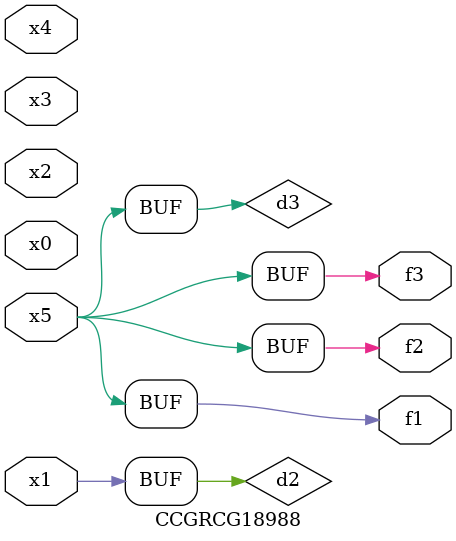
<source format=v>
module CCGRCG18988(
	input x0, x1, x2, x3, x4, x5,
	output f1, f2, f3
);

	wire d1, d2, d3;

	not (d1, x5);
	or (d2, x1);
	xnor (d3, d1);
	assign f1 = d3;
	assign f2 = d3;
	assign f3 = d3;
endmodule

</source>
